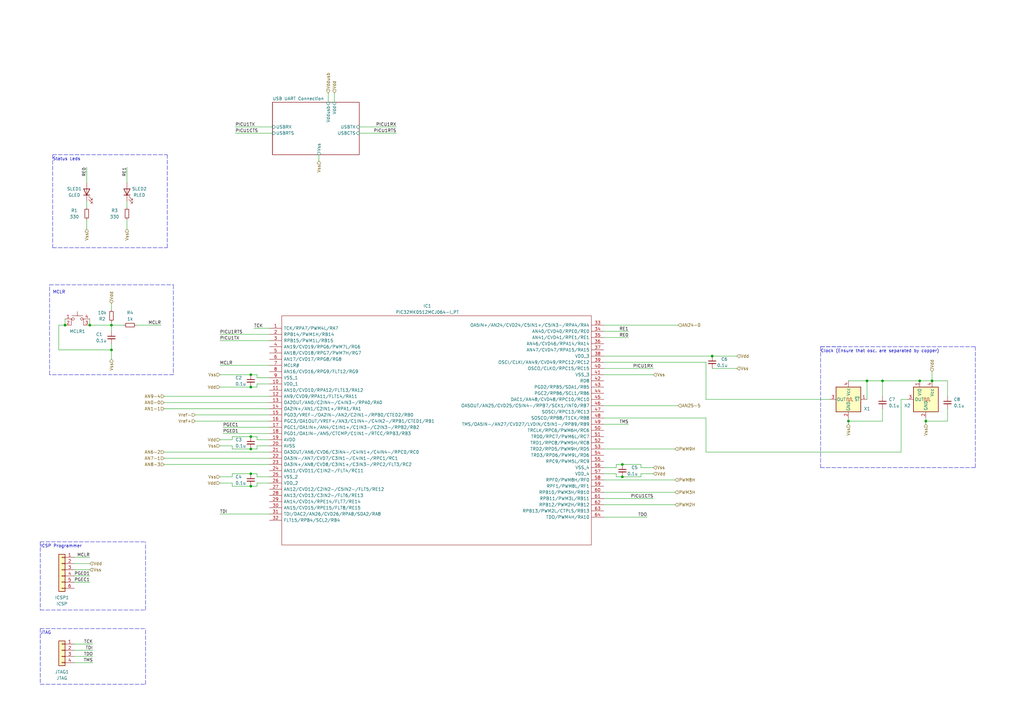
<source format=kicad_sch>
(kicad_sch (version 20211123) (generator eeschema)
  (paper "A3")
  (lib_symbols
    (symbol "Connector_Generic:Conn_01x04" (pin_names (offset 1.016) hide)
      (property "Reference" "J" (at 0 5.08 0))
      (property "Value" "Conn_01x04" (at 0 -7.62 0))
      (symbol "Conn_01x04_1_1"
        (rectangle (start -1.27 -4.953) (end 0 -5.207) (stroke (width 0.1524)))
        (rectangle (start -1.27 -2.413) (end 0 -2.667) (stroke (width 0.1524)))
        (rectangle (start -1.27 0.127) (end 0 -0.127) (stroke (width 0.1524)))
        (rectangle (start -1.27 2.667) (end 0 2.413) (stroke (width 0.1524)))
        (rectangle (start -1.27 3.81) (end 1.27 -6.35) (stroke (width 0.254)) (fill (type background)))
        (pin passive line (at -5.08 2.54 0) (length 3.81) (name "Pin_1") (number "1"))
        (pin passive line (at -5.08 0 0) (length 3.81) (name "Pin_2") (number "2"))
        (pin passive line (at -5.08 -2.54 0) (length 3.81) (name "Pin_3") (number "3"))
        (pin passive line (at -5.08 -5.08 0) (length 3.81) (name "Pin_4") (number "4"))
      )
    )
    (symbol "Connector_Generic:Conn_01x06" (pin_names (offset 1.016) hide)
      (property "Reference" "J" (at 0 7.62 0))
      (property "Value" "Conn_01x06" (at 0 -10.16 0))
      (symbol "Conn_01x06_1_1"
        (rectangle (start -1.27 -7.493) (end 0 -7.747) (stroke (width 0.1524)))
        (rectangle (start -1.27 -4.953) (end 0 -5.207) (stroke (width 0.1524)))
        (rectangle (start -1.27 -2.413) (end 0 -2.667) (stroke (width 0.1524)))
        (rectangle (start -1.27 0.127) (end 0 -0.127) (stroke (width 0.1524)))
        (rectangle (start -1.27 2.667) (end 0 2.413) (stroke (width 0.1524)))
        (rectangle (start -1.27 5.207) (end 0 4.953) (stroke (width 0.1524)))
        (rectangle (start -1.27 6.35) (end 1.27 -8.89) (stroke (width 0.254)) (fill (type background)))
        (pin passive line (at -5.08 5.08 0) (length 3.81) (name "Pin_1") (number "1"))
        (pin passive line (at -5.08 2.54 0) (length 3.81) (name "Pin_2") (number "2"))
        (pin passive line (at -5.08 0 0) (length 3.81) (name "Pin_3") (number "3"))
        (pin passive line (at -5.08 -2.54 0) (length 3.81) (name "Pin_4") (number "4"))
        (pin passive line (at -5.08 -5.08 0) (length 3.81) (name "Pin_5") (number "5"))
        (pin passive line (at -5.08 -7.62 0) (length 3.81) (name "Pin_6") (number "6"))
      )
    )
    (symbol "Device:C_Small" (pin_numbers hide) (pin_names (offset 0.254) hide)
      (property "Reference" "C" (at 0.254 1.778 0))
      (property "Value" "C_Small" (at 0.254 -2.032 0))
      (symbol "C_Small_0_1"
        (polyline (pts (xy -1.524 -0.508) (xy 1.524 -0.508)) (stroke (width 0.3302)))
        (polyline (pts (xy -1.524 0.508) (xy 1.524 0.508)) (stroke (width 0.3048)))
      )
      (symbol "C_Small_1_1"
        (pin passive line (at 0 2.54 270) (length 2.032) (name "~") (number "1"))
        (pin passive line (at 0 -2.54 90) (length 2.032) (name "~") (number "2"))
      )
    )
    (symbol "Device:LED" (pin_numbers hide) (pin_names (offset 1.016) hide)
      (property "Reference" "D" (at 0 2.54 0))
      (property "Value" "LED" (at 0 -2.54 0))
      (symbol "LED_0_1"
        (polyline (pts (xy -1.27 -1.27) (xy -1.27 1.27)) (stroke (width 0.254)))
        (polyline (pts (xy -1.27 0) (xy 1.27 0)))
        (polyline (pts (xy 1.27 -1.27) (xy 1.27 1.27) (xy -1.27 0) (xy 1.27 -1.27)) (stroke (width 0.254)))
        (polyline (pts (xy -3.048 -0.762) (xy -4.572 -2.286) (xy -3.81 -2.286) (xy -4.572 -2.286) (xy -4.572 -1.524)))
        (polyline (pts (xy -1.778 -0.762) (xy -3.302 -2.286) (xy -2.54 -2.286) (xy -3.302 -2.286) (xy -3.302 -1.524)))
      )
      (symbol "LED_1_1"
        (pin passive line (at -3.81 0 0) (length 2.54) (name "K") (number "1"))
        (pin passive line (at 3.81 0 180) (length 2.54) (name "A") (number "2"))
      )
    )
    (symbol "Device:R_Small" (pin_numbers hide) (pin_names (offset 0.254) hide)
      (property "Reference" "R" (at 0.762 0.508 0))
      (property "Value" "R_Small" (at 0.762 -1.016 0))
      (symbol "R_Small_0_1"
        (rectangle (start -0.762 1.778) (end 0.762 -1.778) (stroke (width 0.2032)))
      )
      (symbol "R_Small_1_1"
        (pin passive line (at 0 2.54 270) (length 0.762) (name "~") (number "1"))
        (pin passive line (at 0 -2.54 90) (length 0.762) (name "~") (number "2"))
      )
    )
    (symbol "Oscillator:SG-210STF" (pin_names (offset 0.254))
      (property "Reference" "X" (at -5.08 6.35 0))
      (property "Value" "SG-210STF" (at 1.27 -6.35 0))
      (symbol "SG-210STF_0_1"
        (rectangle (start -5.08 5.08) (end 5.08 -5.08) (stroke (width 0.254)) (fill (type background)))
        (polyline (pts (xy -1.905 -0.635) (xy -1.27 -0.635) (xy -1.27 0.635) (xy -0.635 0.635) (xy -0.635 -0.635) (xy 0 -0.635) (xy 0 0.635) (xy 0.635 0.635) (xy 0.635 -0.635)))
      )
      (symbol "SG-210STF_1_1"
        (pin input line (at -7.62 0 0) (length 2.54) (name "~{ST}") (number "1"))
        (pin power_in line (at 0 -7.62 90) (length 2.54) (name "GND") (number "2"))
        (pin output line (at 7.62 0 180) (length 2.54) (name "OUT") (number "3"))
        (pin power_in line (at 0 7.62 270) (length 2.54) (name "Vcc") (number "4"))
      )
    )
    (symbol "Oscillator:SG-3030CM"
      (property "Reference" "X" (at -5.08 -6.35 0))
      (property "Value" "SG-3030CM" (at 1.27 -6.35 0))
      (symbol "SG-3030CM_0_1"
        (rectangle (start -5.08 5.08) (end 5.08 -5.08) (stroke (width 0.254)) (fill (type background)))
        (polyline (pts (xy -1.905 -0.635) (xy -1.27 -0.635) (xy -1.27 0.635) (xy -0.635 0.635) (xy -0.635 -0.635) (xy 0 -0.635) (xy 0 0.635) (xy 0.635 0.635) (xy 0.635 -0.635)))
      )
      (symbol "SG-3030CM_1_1"
        (pin power_in line (at 2.54 7.62 270) (length 2.54) (name "VIO") (number "1"))
        (pin power_in line (at 0 -7.62 90) (length 2.54) (name "GND") (number "2"))
        (pin output line (at 7.62 0 180) (length 2.54) (name "OUT") (number "3"))
        (pin power_in line (at -2.54 7.62 270) (length 2.54) (name "Vcc") (number "4"))
      )
    )
    (symbol "SamacSys_Parts:PIC32MK0512MCJ064-I_PT" (pin_names (offset 0.762))
      (property "Reference" "IC?" (at 64.77 9.1188 0))
      (property "Value" "PIC32MK0512MCJ064-I_PT" (at 64.77 6.5788 0))
      (symbol "PIC32MK0512MCJ064-I_PT_0_0"
        (pin passive line (at 0 0 0) (length 5.08) (name "TCK/RPA7/PWM4L/RA7") (number "1"))
        (pin passive line (at 0 -22.86 0) (length 5.08) (name "VDD_1") (number "10"))
        (pin passive line (at 0 -25.4 0) (length 5.08) (name "AN10/CVD10/RPA12/FLT13/RA12") (number "11"))
        (pin passive line (at 0 -27.94 0) (length 5.08) (name "AN9/CVD9/RPA11/FLT14/RA11") (number "12"))
        (pin passive line (at 0 -30.48 0) (length 5.08) (name "OA2OUT/AN0/C2IN4-/C4IN3-/RPA0/RA0") (number "13"))
        (pin passive line (at 0 -33.02 0) (length 5.08) (name "OA2IN+/AN1/C2IN1+/RPA1/RA1") (number "14"))
        (pin passive line (at 0 -35.56 0) (length 5.08) (name "PGD3/VREF-/OA2IN-/AN2/C2IN1-/RPB0/CTED2/RB0") (number "15"))
        (pin passive line (at 0 -38.1 0) (length 5.08) (name "PGC3/OA1OUT/VREF+/AN3/C1IN4-/C4IN2-/RPB1/CTED1/RB1") (number "16"))
        (pin passive line (at 0 -40.64 0) (length 5.08) (name "PGC1/OA1IN+/AN4/C1IN1+/C1IN3-/C2IN3-/RPB2/RB2") (number "17"))
        (pin passive line (at 0 -43.18 0) (length 5.08) (name "PGD1/OA1IN-/AN5/CTCMP/C1IN1-/RTCC/RPB3/RB3") (number "18"))
        (pin passive line (at 0 -45.72 0) (length 5.08) (name "AVDD") (number "19"))
        (pin passive line (at 0 -2.54 0) (length 5.08) (name "RPB14/PWM1H/RB14") (number "2"))
        (pin passive line (at 0 -48.26 0) (length 5.08) (name "AVSS") (number "20"))
        (pin passive line (at 0 -50.8 0) (length 5.08) (name "OA3OUT/AN6/CVD6/C3IN4-/C4IN1+/C4IN4-/RPC0/RC0") (number "21"))
        (pin passive line (at 0 -53.34 0) (length 5.08) (name "OA3IN-/AN7/CVD7/C3IN1-/C4IN1-/RPC1/RC1") (number "22"))
        (pin passive line (at 0 -55.88 0) (length 5.08) (name "OA3IN+/AN8/CVD8/C3IN1+/C3IN3-/RPC2/FLT3/RC2") (number "23"))
        (pin passive line (at 0 -58.42 0) (length 5.08) (name "AN11/CVD11/C1IN2-/FLT4/RC11") (number "24"))
        (pin passive line (at 0 -60.96 0) (length 5.08) (name "VSS_2") (number "25"))
        (pin passive line (at 0 -63.5 0) (length 5.08) (name "VDD_2") (number "26"))
        (pin passive line (at 0 -66.04 0) (length 5.08) (name "AN12/CVD12/C2IN2-/C5IN2-/FLT5/RE12") (number "27"))
        (pin passive line (at 0 -68.58 0) (length 5.08) (name "AN13/CVD13/C3IN2-/FLT6/RE13") (number "28"))
        (pin passive line (at 0 -71.12 0) (length 5.08) (name "AN14/CVD14/RPE14/FLT7/RE14") (number "29"))
        (pin passive line (at 0 -5.08 0) (length 5.08) (name "RPB15/PWM1L/RB15") (number "3"))
        (pin passive line (at 0 -73.66 0) (length 5.08) (name "AN15/CVD15/RPE15/FLT8/RE15") (number "30"))
        (pin passive line (at 0 -76.2 0) (length 5.08) (name "TDI/DAC2/AN26/CVD26/RPA8/SDA2/RA8") (number "31"))
        (pin passive line (at 0 -78.74 0) (length 5.08) (name "FLT15/RPB4/SCL2/RB4") (number "32"))
        (pin passive line (at 137.16 1.27 180) (length 5.08) (name "OA5IN+/AN24/CVD24/C5IN1+/C5IN3-/RPA4/RA4") (number "33"))
        (pin passive line (at 137.16 -1.27 180) (length 5.08) (name "AN40/CVD40/RPE0/RE0") (number "34"))
        (pin passive line (at 137.16 -3.81 180) (length 5.08) (name "AN41/CVD41/RPE1/RE1") (number "35"))
        (pin passive line (at 137.16 -6.35 180) (length 5.08) (name "AN46/CVD46/RPA14/RA14") (number "36"))
        (pin passive line (at 137.16 -8.89 180) (length 5.08) (name "AN47/CVD47/RPA15/RA15") (number "37"))
        (pin passive line (at 137.16 -11.43 180) (length 5.08) (name "VDD_3") (number "38"))
        (pin passive line (at 137.16 -13.97 180) (length 5.08) (name "OSCI/CLKI/AN49/CVD49/RPC12/RC12") (number "39"))
        (pin passive line (at 0 -7.62 0) (length 5.08) (name "AN19/CVD19/RPG6/PWM7L/RG6") (number "4"))
        (pin passive line (at 137.16 -16.51 180) (length 5.08) (name "OSCO/CLKO/RPC15/RC15") (number "40"))
        (pin passive line (at 137.16 -19.05 180) (length 5.08) (name "VSS_3") (number "41"))
        (pin passive line (at 137.16 -21.59 180) (length 5.08) (name "RD8") (number "42"))
        (pin passive line (at 137.16 -24.13 180) (length 5.08) (name "PGD2/RPB5/SDA1/RB5") (number "43"))
        (pin passive line (at 137.16 -26.67 180) (length 5.08) (name "PGC2/RPB6/SCL1/RB6") (number "44"))
        (pin passive line (at 137.16 -29.21 180) (length 5.08) (name "DAC1/AN48/CVD48/RPC10/RC10") (number "45"))
        (pin passive line (at 137.16 -31.75 180) (length 5.08) (name "OA5OUT/AN25/CVD25/C5IN4-/RPB7/SCK1/INT0/RB7") (number "46"))
        (pin passive line (at 137.16 -34.29 180) (length 5.08) (name "SOSCI/RPC13/RC13") (number "47"))
        (pin passive line (at 137.16 -36.83 180) (length 5.08) (name "SOSCO/RPB8/T1CK/RB8") (number "48"))
        (pin passive line (at 137.16 -39.37 180) (length 5.08) (name "TMS/OA5IN-/AN27/CVD27/LVDIN/C5IN1-/RPB9/RB9") (number "49"))
        (pin passive line (at 0 -10.16 0) (length 5.08) (name "AN18/CVD18/RPG7/PWM7H/RG7") (number "5"))
        (pin passive line (at 137.16 -41.91 180) (length 5.08) (name "TRCLK/RPC6/PWM6H/RC6") (number "50"))
        (pin passive line (at 137.16 -44.45 180) (length 5.08) (name "TRD0/RPC7/PWM6L/RC7") (number "51"))
        (pin passive line (at 137.16 -46.99 180) (length 5.08) (name "TRD1/RPC8/PWM5H/RC8") (number "52"))
        (pin passive line (at 137.16 -49.53 180) (length 5.08) (name "TRD2/RPD5/PWM9H/RD5") (number "53"))
        (pin passive line (at 137.16 -52.07 180) (length 5.08) (name "TRD3/RPD6/PWM9L/RD6") (number "54"))
        (pin passive line (at 137.16 -54.61 180) (length 5.08) (name "RPC9/PWM5L/RC9") (number "55"))
        (pin passive line (at 137.16 -57.15 180) (length 5.08) (name "VSS_4") (number "56"))
        (pin passive line (at 137.16 -59.69 180) (length 5.08) (name "VDD_4") (number "57"))
        (pin passive line (at 137.16 -62.23 180) (length 5.08) (name "RPF0/PWM8H/RF0") (number "58"))
        (pin passive line (at 137.16 -64.77 180) (length 5.08) (name "RPF1/PWM8L/RF1") (number "59"))
        (pin passive line (at 0 -12.7 0) (length 5.08) (name "AN17/CVD17/RPG8/RG8") (number "6"))
        (pin passive line (at 137.16 -67.31 180) (length 5.08) (name "RPB10/PWM3H/RB10") (number "60"))
        (pin passive line (at 137.16 -69.85 180) (length 5.08) (name "RPB11/PWM3L/RB11") (number "61"))
        (pin passive line (at 137.16 -72.39 180) (length 5.08) (name "RPB12/PWM2H/RB12") (number "62"))
        (pin passive line (at 137.16 -74.93 180) (length 5.08) (name "RPB13/PWM2L/CTPLS/RB13") (number "63"))
        (pin passive line (at 137.16 -77.47 180) (length 5.08) (name "TDO/PWM4H/RA10") (number "64"))
        (pin passive line (at 0 -15.24 0) (length 5.08) (name "MCLR#") (number "7"))
        (pin passive line (at 0 -17.78 0) (length 5.08) (name "AN16/CVD16/RPG9/FLT12/RG9") (number "8"))
        (pin passive line (at 0 -20.32 0) (length 5.08) (name "VSS_1") (number "9"))
      )
      (symbol "PIC32MK0512MCJ064-I_PT_0_1"
        (polyline (pts (xy 5.08 5.08) (xy 132.08 5.08) (xy 132.08 -88.9) (xy 5.08 -88.9) (xy 5.08 5.08)) (stroke (width 0.1524)))
      )
    )
    (symbol "Switch:SW_MEC_5E" (pin_names (offset 1.016) hide)
      (property "Reference" "SW" (at 0.635 5.715 0))
      (property "Value" "SW_MEC_5E" (at 0 -3.175 0))
      (symbol "SW_MEC_5E_0_1"
        (circle (center -1.778 2.54) (radius 0.508))
        (polyline (pts (xy -2.286 3.81) (xy 2.286 3.81)))
        (polyline (pts (xy 0 3.81) (xy 0 5.588)))
        (polyline (pts (xy -2.54 0) (xy -2.54 2.54) (xy -2.286 2.54)))
        (polyline (pts (xy 2.54 0) (xy 2.54 2.54) (xy 2.286 2.54)))
        (circle (center 1.778 2.54) (radius 0.508))
        (pin passive line (at -5.08 2.54 0) (length 2.54) (name "1") (number "1") (alternate "" input line))
        (pin passive line (at -5.08 0 0) (length 2.54) (name "2") (number "2") (alternate "" input line))
        (pin passive line (at 5.08 0 180) (length 2.54) (name "K") (number "3"))
        (pin passive line (at 5.08 2.54 180) (length 2.54) (name "A") (number "4"))
      )
    )
  )
  (junction (at 255.27 190.5))
  (junction (at 255.27 195.58))
  (junction (at 36.83 133.35))
  (junction (at 377.19 156.21))
  (junction (at 292.1 146.05))
  (junction (at 379.73 172.72))
  (junction (at 347.98 172.72))
  (junction (at 102.87 179.07))
  (junction (at 102.87 184.15))
  (junction (at 102.87 153.67))
  (junction (at 102.87 194.31))
  (junction (at 102.87 158.75))
  (junction (at 355.6 156.21))
  (junction (at 382.27 156.21))
  (junction (at 45.72 143.51))
  (junction (at 361.95 156.21))
  (junction (at 45.72 133.35))
  (junction (at 102.87 199.39))
  (junction (at 26.67 133.35))
  (polyline (pts (xy 71.12 153.67) (xy 20.32 153.67)))
  (wire (pts (xy 105.41 157.48) (xy 110.49 157.48)))
  (wire (pts (xy 36.83 133.35) (xy 45.72 133.35)))
  (wire (pts (xy 95.25 198.12) (xy 95.25 199.39)))
  (polyline (pts (xy 16.51 257.81) (xy 16.51 280.67)))
  (wire (pts (xy 35.56 93.98) (xy 35.56 90.17)))
  (wire (pts (xy 24.13 133.35) (xy 24.13 143.51)))
  (wire (pts (xy 52.07 90.17) (xy 52.07 93.98)))
  (wire (pts (xy 30.48 238.76) (xy 36.83 238.76)))
  (wire (pts (xy 102.87 158.75) (xy 105.41 158.75)))
  (wire (pts (xy 137.16 38.1) (xy 137.16 41.91)))
  (wire (pts (xy 110.49 180.34) (xy 105.41 180.34)))
  (wire (pts (xy 361.95 172.72) (xy 347.98 172.72)))
  (wire (pts (xy 80.01 170.18) (xy 110.49 170.18)))
  (wire (pts (xy 52.07 68.58) (xy 52.07 74.93)))
  (wire (pts (xy 289.56 171.45) (xy 289.56 185.42)))
  (wire (pts (xy 24.13 143.51) (xy 45.72 143.51)))
  (wire (pts (xy 147.32 54.61) (xy 162.56 54.61)))
  (wire (pts (xy 90.17 149.86) (xy 110.49 149.86)))
  (wire (pts (xy 262.89 194.31) (xy 262.89 195.58)))
  (wire (pts (xy 67.31 190.5) (xy 110.49 190.5)))
  (wire (pts (xy 262.89 190.5) (xy 255.27 190.5)))
  (wire (pts (xy 90.17 153.67) (xy 102.87 153.67)))
  (wire (pts (xy 102.87 179.07) (xy 105.41 179.07)))
  (wire (pts (xy 30.48 271.78) (xy 38.1 271.78)))
  (wire (pts (xy 105.41 195.58) (xy 105.41 194.31)))
  (wire (pts (xy 95.25 182.88) (xy 95.25 184.15)))
  (wire (pts (xy 347.98 172.72) (xy 347.98 173.99)))
  (wire (pts (xy 55.88 133.35) (xy 66.04 133.35)))
  (wire (pts (xy 110.49 139.7) (xy 90.17 139.7)))
  (wire (pts (xy 252.73 191.77) (xy 252.73 190.5)))
  (polyline (pts (xy 59.69 280.67) (xy 59.69 257.81)))
  (wire (pts (xy 45.72 124.46) (xy 45.72 127)))
  (wire (pts (xy 45.72 143.51) (xy 45.72 147.32)))
  (wire (pts (xy 369.57 163.83) (xy 369.57 185.42)))
  (wire (pts (xy 276.86 196.85) (xy 247.65 196.85)))
  (wire (pts (xy 247.65 135.89) (xy 257.81 135.89)))
  (wire (pts (xy 30.48 269.24) (xy 38.1 269.24)))
  (wire (pts (xy 147.32 52.07) (xy 162.56 52.07)))
  (wire (pts (xy 50.8 133.35) (xy 45.72 133.35)))
  (wire (pts (xy 67.31 162.56) (xy 110.49 162.56)))
  (polyline (pts (xy 59.69 250.19) (xy 59.69 222.25)))
  (polyline (pts (xy 336.55 191.77) (xy 400.05 191.77)))
  (polyline (pts (xy 400.05 191.77) (xy 400.05 142.24)))
  (wire (pts (xy 67.31 187.96) (xy 110.49 187.96)))
  (wire (pts (xy 247.65 166.37) (xy 278.13 166.37)))
  (wire (pts (xy 382.27 156.21) (xy 388.62 156.21)))
  (wire (pts (xy 26.67 133.35) (xy 24.13 133.35)))
  (wire (pts (xy 35.56 82.55) (xy 35.56 85.09)))
  (wire (pts (xy 45.72 133.35) (xy 45.72 135.89)))
  (wire (pts (xy 302.26 151.13) (xy 292.1 151.13)))
  (wire (pts (xy 377.19 156.21) (xy 382.27 156.21)))
  (polyline (pts (xy 16.51 257.81) (xy 59.69 257.81)))
  (wire (pts (xy 276.86 184.15) (xy 247.65 184.15)))
  (wire (pts (xy 80.01 172.72) (xy 110.49 172.72)))
  (polyline (pts (xy 20.32 116.84) (xy 71.12 116.84)))
  (wire (pts (xy 276.86 207.01) (xy 247.65 207.01)))
  (wire (pts (xy 90.17 210.82) (xy 110.49 210.82)))
  (wire (pts (xy 95.25 184.15) (xy 102.87 184.15)))
  (wire (pts (xy 361.95 156.21) (xy 355.6 156.21)))
  (polyline (pts (xy 336.55 142.24) (xy 400.05 142.24)))
  (wire (pts (xy 379.73 171.45) (xy 379.73 172.72)))
  (wire (pts (xy 355.6 163.83) (xy 355.6 156.21)))
  (wire (pts (xy 96.52 52.07) (xy 111.76 52.07)))
  (wire (pts (xy 105.41 198.12) (xy 110.49 198.12)))
  (wire (pts (xy 252.73 195.58) (xy 252.73 194.31)))
  (wire (pts (xy 35.56 68.58) (xy 35.56 74.93)))
  (polyline (pts (xy 16.51 222.25) (xy 59.69 222.25)))
  (wire (pts (xy 110.49 154.94) (xy 105.41 154.94)))
  (polyline (pts (xy 71.12 116.84) (xy 71.12 153.67)))
  (wire (pts (xy 90.17 180.34) (xy 95.25 180.34)))
  (wire (pts (xy 267.97 191.77) (xy 262.89 191.77)))
  (wire (pts (xy 105.41 199.39) (xy 105.41 198.12)))
  (wire (pts (xy 45.72 132.08) (xy 45.72 133.35)))
  (wire (pts (xy 105.41 154.94) (xy 105.41 153.67)))
  (wire (pts (xy 30.48 264.16) (xy 38.1 264.16)))
  (wire (pts (xy 102.87 153.67) (xy 105.41 153.67)))
  (wire (pts (xy 30.48 228.6) (xy 36.83 228.6)))
  (wire (pts (xy 105.41 158.75) (xy 105.41 157.48)))
  (wire (pts (xy 45.72 140.97) (xy 45.72 143.51)))
  (wire (pts (xy 95.25 195.58) (xy 95.25 194.31)))
  (wire (pts (xy 52.07 82.55) (xy 52.07 85.09)))
  (wire (pts (xy 247.65 173.99) (xy 257.81 173.99)))
  (wire (pts (xy 247.65 204.47) (xy 267.97 204.47)))
  (polyline (pts (xy 20.32 153.67) (xy 20.32 116.84)))
  (polyline (pts (xy 21.59 101.6) (xy 68.58 101.6)))
  (wire (pts (xy 30.48 231.14) (xy 36.83 231.14)))
  (wire (pts (xy 90.17 195.58) (xy 95.25 195.58)))
  (polyline (pts (xy 336.55 142.24) (xy 336.55 191.77)))
  (wire (pts (xy 247.65 138.43) (xy 257.81 138.43)))
  (wire (pts (xy 110.49 195.58) (xy 105.41 195.58)))
  (wire (pts (xy 382.27 152.4) (xy 382.27 156.21)))
  (polyline (pts (xy 16.51 280.67) (xy 59.69 280.67)))
  (wire (pts (xy 262.89 195.58) (xy 255.27 195.58)))
  (wire (pts (xy 361.95 167.64) (xy 361.95 172.72)))
  (wire (pts (xy 347.98 171.45) (xy 347.98 172.72)))
  (wire (pts (xy 247.65 146.05) (xy 292.1 146.05)))
  (wire (pts (xy 30.48 236.22) (xy 36.83 236.22)))
  (wire (pts (xy 289.56 163.83) (xy 340.36 163.83)))
  (wire (pts (xy 104.14 134.62) (xy 110.49 134.62)))
  (wire (pts (xy 262.89 191.77) (xy 262.89 190.5)))
  (wire (pts (xy 26.67 130.81) (xy 26.67 133.35)))
  (wire (pts (xy 95.25 194.31) (xy 102.87 194.31)))
  (polyline (pts (xy 336.55 142.24) (xy 345.44 142.24)))
  (wire (pts (xy 379.73 172.72) (xy 379.73 173.99)))
  (wire (pts (xy 30.48 266.7) (xy 38.1 266.7)))
  (wire (pts (xy 289.56 148.59) (xy 289.56 163.83)))
  (wire (pts (xy 247.65 133.35) (xy 278.13 133.35)))
  (polyline (pts (xy 21.59 63.5) (xy 68.58 63.5)))
  (wire (pts (xy 247.65 212.09) (xy 265.43 212.09)))
  (wire (pts (xy 90.17 182.88) (xy 95.25 182.88)))
  (wire (pts (xy 110.49 177.8) (xy 91.44 177.8)))
  (wire (pts (xy 102.87 199.39) (xy 105.41 199.39)))
  (wire (pts (xy 102.87 194.31) (xy 105.41 194.31)))
  (wire (pts (xy 247.65 151.13) (xy 267.97 151.13)))
  (wire (pts (xy 105.41 180.34) (xy 105.41 179.07)))
  (wire (pts (xy 247.65 191.77) (xy 252.73 191.77)))
  (wire (pts (xy 267.97 153.67) (xy 247.65 153.67)))
  (wire (pts (xy 36.83 130.81) (xy 36.83 133.35)))
  (polyline (pts (xy 21.59 63.5) (xy 21.59 101.6)))
  (wire (pts (xy 252.73 194.31) (xy 247.65 194.31)))
  (wire (pts (xy 30.48 233.68) (xy 36.83 233.68)))
  (polyline (pts (xy 16.51 250.19) (xy 59.69 250.19)))
  (wire (pts (xy 105.41 184.15) (xy 105.41 182.88)))
  (wire (pts (xy 255.27 190.5) (xy 252.73 190.5)))
  (wire (pts (xy 95.25 199.39) (xy 102.87 199.39)))
  (polyline (pts (xy 68.58 101.6) (xy 68.58 63.5)))
  (wire (pts (xy 355.6 156.21) (xy 347.98 156.21)))
  (wire (pts (xy 388.62 167.64) (xy 388.62 172.72)))
  (wire (pts (xy 111.76 54.61) (xy 96.52 54.61)))
  (wire (pts (xy 134.62 38.1) (xy 134.62 41.91)))
  (wire (pts (xy 289.56 185.42) (xy 369.57 185.42)))
  (wire (pts (xy 110.49 137.16) (xy 90.17 137.16)))
  (wire (pts (xy 130.81 63.5) (xy 130.81 66.04)))
  (wire (pts (xy 247.65 148.59) (xy 289.56 148.59)))
  (polyline (pts (xy 16.51 222.25) (xy 16.51 250.19)))
  (wire (pts (xy 388.62 172.72) (xy 379.73 172.72)))
  (wire (pts (xy 267.97 194.31) (xy 262.89 194.31)))
  (wire (pts (xy 247.65 171.45) (xy 289.56 171.45)))
  (wire (pts (xy 95.25 179.07) (xy 102.87 179.07)))
  (wire (pts (xy 102.87 184.15) (xy 105.41 184.15)))
  (wire (pts (xy 67.31 185.42) (xy 110.49 185.42)))
  (wire (pts (xy 361.95 162.56) (xy 361.95 156.21)))
  (wire (pts (xy 302.26 146.05) (xy 292.1 146.05)))
  (wire (pts (xy 95.25 180.34) (xy 95.25 179.07)))
  (wire (pts (xy 91.44 175.26) (xy 110.49 175.26)))
  (wire (pts (xy 372.11 163.83) (xy 369.57 163.83)))
  (wire (pts (xy 255.27 195.58) (xy 252.73 195.58)))
  (wire (pts (xy 67.31 167.64) (xy 110.49 167.64)))
  (wire (pts (xy 90.17 158.75) (xy 102.87 158.75)))
  (wire (pts (xy 90.17 198.12) (xy 95.25 198.12)))
  (wire (pts (xy 276.86 201.93) (xy 247.65 201.93)))
  (wire (pts (xy 388.62 156.21) (xy 388.62 162.56)))
  (wire (pts (xy 105.41 182.88) (xy 110.49 182.88)))
  (wire (pts (xy 67.31 165.1) (xy 110.49 165.1)))
  (wire (pts (xy 361.95 156.21) (xy 377.19 156.21)))
  (text "Clock (Ensure that osc. are separated by copper)" (at 336.55 144.78 0) (effects (font (size 1.27 1.27)) (justify left bottom)))
  (text "MCLR" (at 21.59 120.65 0) (effects (font (size 1.27 1.27)) (justify left bottom)))
  (text "JTAG" (at 16.51 260.35 0) (effects (font (size 1.27 1.27)) (justify left bottom)))
  (text "ICSP Programmer" (at 16.51 224.79 0) (effects (font (size 1.27 1.27)) (justify left bottom)))
  (text "Status Leds" (at 21.59 66.04 0) (effects (font (size 1.27 1.27)) (justify left bottom)))
  (label "TCK" (at 38.1 264.16 180))
  (label "PICU1CTS" (at 96.52 54.61 0))
  (label "PGED1" (at 91.44 177.8 0))
  (label "RE1" (at 257.81 135.89 180))
  (label "PGEC1" (at 91.44 175.26 0))
  (label "TMS" (at 257.81 173.99 180))
  (label "RE0" (at 257.81 138.43 180))
  (label "MCLR" (at 66.04 133.35 180))
  (label "PICU1RTS" (at 162.56 54.61 180))
  (label "MCLR" (at 36.83 228.6 180))
  (label "PICU1TX" (at 96.52 52.07 0))
  (label "TCK" (at 104.14 134.62 0))
  (label "PICU1RTS" (at 90.17 137.16 0))
  (label "RE0" (at 35.56 68.58 270))
  (label "MCLR" (at 90.17 149.86 0))
  (label "TDI" (at 38.1 266.7 180))
  (label "PGED1" (at 36.83 236.22 180))
  (label "RE1" (at 52.07 68.58 270))
  (label "TDI" (at 90.17 210.82 0))
  (label "PICU1RX" (at 162.56 52.07 180))
  (label "TDO" (at 38.1 269.24 180))
  (label "PICU1RX" (at 267.97 151.13 180))
  (label "PICU1TX" (at 90.17 139.7 0))
  (label "TMS" (at 38.1 271.78 180))
  (label "PICU1CTS" (at 267.97 204.47 180))
  (label "PGEC1" (at 36.83 238.76 180))
  (label "TDO" (at 265.43 212.09 180))
  (hierarchical_label "Vss" (shape input) (at 35.56 93.98 270))
  (hierarchical_label "Vdd" (shape input) (at 137.16 38.1 90))
  (hierarchical_label "AN1-1" (shape input) (at 67.31 167.64 180))
  (hierarchical_label "PWM9H" (shape input) (at 276.86 184.15 0))
  (hierarchical_label "Vdd" (shape input) (at 382.27 152.4 90))
  (hierarchical_label "Vss" (shape input) (at 45.72 147.32 270))
  (hierarchical_label "AN25-5" (shape input) (at 278.13 166.37 0))
  (hierarchical_label "Vdd" (shape input) (at 36.83 231.14 0))
  (hierarchical_label "AN6-2" (shape input) (at 67.31 185.42 180))
  (hierarchical_label "Vdd" (shape input) (at 45.72 124.46 90))
  (hierarchical_label "Vss" (shape input) (at 90.17 195.58 180))
  (hierarchical_label "PWM2H" (shape input) (at 276.86 207.01 0))
  (hierarchical_label "AN0-0" (shape input) (at 67.31 165.1 180))
  (hierarchical_label "Vdd" (shape input) (at 90.17 198.12 180))
  (hierarchical_label "Vss" (shape input) (at 379.73 173.99 270))
  (hierarchical_label "Vss" (shape input) (at 130.81 66.04 270))
  (hierarchical_label "PWM3H" (shape input) (at 276.86 201.93 0))
  (hierarchical_label "Vddusb" (shape input) (at 134.62 38.1 90))
  (hierarchical_label "Vdd" (shape input) (at 267.97 194.31 0))
  (hierarchical_label "Vdd" (shape input) (at 302.26 146.05 0))
  (hierarchical_label "Vss" (shape input) (at 302.26 151.13 0))
  (hierarchical_label "AN9-4" (shape input) (at 67.31 162.56 180))
  (hierarchical_label "PWM8H" (shape input) (at 276.86 196.85 0))
  (hierarchical_label "Vdd" (shape input) (at 90.17 158.75 180))
  (hierarchical_label "Vss" (shape input) (at 90.17 153.67 180))
  (hierarchical_label "AN8-3" (shape input) (at 67.31 190.5 180))
  (hierarchical_label "Vref-" (shape input) (at 80.01 170.18 180))
  (hierarchical_label "AN24-0" (shape input) (at 278.13 133.35 0))
  (hierarchical_label "Vss" (shape input) (at 36.83 233.68 0))
  (hierarchical_label "Vss" (shape input) (at 267.97 153.67 0))
  (hierarchical_label "Vdd" (shape input) (at 90.17 180.34 180))
  (hierarchical_label "Vref+" (shape input) (at 80.01 172.72 180))
  (hierarchical_label "AN7-1" (shape input) (at 67.31 187.96 180))
  (hierarchical_label "Vss" (shape input) (at 347.98 173.99 270))
  (hierarchical_label "Vss" (shape input) (at 267.97 191.77 0))
  (hierarchical_label "Vss" (shape input) (at 90.17 182.88 180))
  (hierarchical_label "Vss" (shape input) (at 52.07 93.98 270))
  (symbol (lib_id "Device:C_Small") (at 102.87 181.61 0) (unit 1)
    (property "Reference" "C3" (at 96.52 180.34 0) (effects (justify left)))
    (property "Value" "0.1u" (at 96.52 182.88 0) (effects (justify left)))
    (property "Footprint" "Capacitor_SMD:C_0603_1608Metric_Pad1.08x0.95mm_HandSolder" (effects hide))
    (property "Datasheet" "https://nl.mouser.com/datasheet/2/447/UPY_GPHC_X7R_6_3V_to_50V_18-1827110.pdf" (effects hide))
    (property "Ref" "CC0603KRX7R9BB104" (effects hide))
  )
  (symbol (lib_id "Switch:SW_MEC_5E") (at 31.75 133.35 0) (unit 1)
    (property "Reference" "MCLR1" (at 31.75 135.89 0))
    (property "Value" "SW_MEC_5E" (effects hide))
    (property "Footprint" "Button_Switch_SMD:SW_SPST_PTS645" (effects hide))
    (property "Datasheet" "https://eu.mouser.com/datasheet/2/60/pts645-1841767.pdf" (effects hide))
    (property "Ref" "PTS645SM43SMTR92LFS " (effects hide))
    (pin "1" (alternate "1"))
    (pin "2" (alternate "1"))
  )
  (symbol (lib_id "Device:R_Small") (at 45.72 129.54 180) (unit 1)
    (property "Reference" "R2" (at 41.91 130.81 0))
    (property "Value" "10k" (at 41.91 128.27 0))
    (property "Footprint" "Resistor_SMD:R_0805_2012Metric" (effects hide))
    (property "Datasheet" "https://nl.mouser.com/datasheet/2/447/Yageo_03_18_2021_PYu_RC_Group_51_RoHS_L_11-2199992.pdf" (effects hide))
    (property "Ref" "RC0805FR-0710KL" (effects hide))
  )
  (symbol (lib_id "Connector_Generic:Conn_01x04") (at 25.4 266.7 0) (mirror y) (unit 1)
    (property "Reference" "JTAG1" (at 25.4 275.59 0))
    (property "Value" "JTAG" (at 25.4 278.13 0))
    (property "Footprint" "Connector_PinHeader_2.54mm:PinHeader_1x04_P2.54mm_Vertical" (effects hide))
  )
  (symbol (lib_id "SamacSys_Parts:PIC32MK0512MCJ064-I_PT") (at 110.49 134.62 0) (unit 1)
    (property "Reference" "IC1" (at 175.26 125.5012 0))
    (property "Value" "PIC32MK0512MCJ064-I_PT" (at 175.26 128.0412 0))
    (property "Footprint" "QFP50P1200X1200X120-64N" (effects hide))
    (property "Datasheet" "https://ms.componentsearchengine.com/Datasheets/2/PIC32MK0512MCJ064-I_PT.pdf" (effects hide))
    (property "Description" "MICROCHIP - PIC32MK0512MCJ064-I/PT - PIC/DSPIC Microcontroller, PIC32 Family PIC32MK MC Series Microcontrollers, PIC32, 32bit, 120 MHz" (effects hide))
    (property "Height" "1.2" (effects hide))
    (property "Mouser Part Number" "579-0512MCJ064-I/PT" (effects hide))
    (property "Mouser Price/Stock" "https://www.mouser.co.uk/ProductDetail/Microchip-Technology/PIC32MK0512MCJ064-I-PT?qs=vmHwEFxEFR%252BPfvYd1lVzNw%3D%3D" (effects hide))
    (property "Manufacturer_Name" "Microchip" (effects hide))
    (property "Ref" "PIC32MK0512MCJ064-I/PT" (effects hide))
  )
  (symbol (lib_id "Oscillator:SG-3030CM") (at 379.73 163.83 0) (mirror y) (unit 1)
    (property "Reference" "X2" (at 370.84 166.37 0) (effects (justify right)))
    (property "Value" " ECS-327MVATX-3-CN-TR " (effects hide))
    (property "Footprint" "Oscillator:Oscillator_SMD_Abracon_ASE-4Pin_3.2x2.5mm" (effects hide))
    (property "Datasheet" "https://nl.mouser.com/datasheet/2/122/ECS_327MVATX-1595948.pdf" (effects hide))
    (property "Ref" " ECS-327MVATX-3-CN-TR " (effects hide))
  )
  (symbol (lib_id "Connector_Generic:Conn_01x06") (at 25.4 233.68 0) (mirror y) (unit 1)
    (property "Reference" "ICSP1" (at 25.4 245.11 0))
    (property "Value" "ICSP" (at 25.4 247.65 0))
    (property "Footprint" "Connector_PinHeader_2.54mm:PinHeader_1x06_P2.54mm_Vertical" (effects hide))
  )
  (symbol (lib_id "Device:C_Small") (at 102.87 196.85 0) (unit 1)
    (property "Reference" "C4" (at 96.52 195.58 0) (effects (justify left)))
    (property "Value" "0.1u" (at 96.52 198.12 0) (effects (justify left)))
    (property "Footprint" "Capacitor_SMD:C_0603_1608Metric_Pad1.08x0.95mm_HandSolder" (effects hide))
    (property "Datasheet" "https://nl.mouser.com/datasheet/2/447/UPY_GPHC_X7R_6_3V_to_50V_18-1827110.pdf" (effects hide))
    (property "Ref" "CC0603KRX7R9BB104" (effects hide))
  )
  (symbol (lib_id "Device:C_Small") (at 255.27 193.04 0) (mirror y) (unit 1)
    (property "Reference" "C5" (at 261.62 191.77 0) (effects (justify left)))
    (property "Value" "0.1u" (at 261.62 194.31 0) (effects (justify left)))
    (property "Footprint" "Capacitor_SMD:C_0603_1608Metric_Pad1.08x0.95mm_HandSolder" (effects hide))
    (property "Datasheet" "https://nl.mouser.com/datasheet/2/447/UPY_GPHC_X7R_6_3V_to_50V_18-1827110.pdf" (effects hide))
    (property "Ref" "CC0603KRX7R9BB104" (effects hide))
  )
  (symbol (lib_id "Device:C_Small") (at 292.1 148.59 0) (mirror y) (unit 1)
    (property "Reference" "C6" (at 298.45 147.32 0) (effects (justify left)))
    (property "Value" "0.1u" (at 298.45 149.86 0) (effects (justify left)))
    (property "Footprint" "Capacitor_SMD:C_0603_1608Metric_Pad1.08x0.95mm_HandSolder" (effects hide))
    (property "Datasheet" "https://nl.mouser.com/datasheet/2/447/UPY_GPHC_X7R_6_3V_to_50V_18-1827110.pdf" (effects hide))
    (property "Ref" "CC0603KRX7R9BB104" (effects hide))
  )
  (symbol (lib_id "Device:R_Small") (at 52.07 87.63 180) (unit 1)
    (property "Reference" "R3" (at 46.99 86.36 0))
    (property "Value" "330" (at 46.99 88.9 0))
    (property "Footprint" "Resistor_SMD:R_0805_2012Metric" (effects hide))
    (property "Datasheet" "https://eu.mouser.com/datasheet/2/447/PYu_RE_105_RoHS_L_6-3003059.pdf" (effects hide))
    (property "Ref" "RE0805FRE07330RL" (effects hide))
  )
  (symbol (lib_id "Oscillator:SG-210STF") (at 347.98 163.83 0) (mirror y) (unit 1)
    (property "Reference" "X1" (at 355.6 167.64 0))
    (property "Value" "SG-210STF" (effects hide))
    (property "Footprint" "Oscillator:Oscillator_SMD_SeikoEpson_SG210-4Pin_2.5x2.0mm" (effects hide))
    (property "Datasheet" "https://support.epson.biz/td/api/doc_check.php?mode=dl&lang=en&Parts=SG-210STF" (effects hide))
    (property "Ref" "SG-210STF 12.0000ML5" (effects hide))
  )
  (symbol (lib_id "Device:C_Small") (at 388.62 165.1 0) (unit 1)
    (property "Reference" "C8" (at 391.16 163.83 0) (effects (justify left)))
    (property "Value" "0.1u" (at 391.16 166.37 0) (effects (justify left)))
    (property "Footprint" "Capacitor_SMD:C_0603_1608Metric_Pad1.08x0.95mm_HandSolder" (effects hide))
    (property "Datasheet" "https://nl.mouser.com/datasheet/2/447/UPY_GPHC_X7R_6_3V_to_50V_18-1827110.pdf" (effects hide))
    (property "Ref" "CC0603KRX7R9BB104" (effects hide))
  )
  (symbol (lib_id "Device:C_Small") (at 361.95 165.1 0) (unit 1)
    (property "Reference" "C7" (at 364.49 163.83 0) (effects (justify left)))
    (property "Value" "0.1u" (at 364.49 166.37 0) (effects (justify left)))
    (property "Footprint" "Capacitor_SMD:C_0603_1608Metric_Pad1.08x0.95mm_HandSolder" (effects hide))
    (property "Datasheet" "https://nl.mouser.com/datasheet/2/447/UPY_GPHC_X7R_6_3V_to_50V_18-1827110.pdf" (effects hide))
    (property "Ref" "CC0603KRX7R9BB104" (effects hide))
  )
  (symbol (lib_id "Device:LED") (at 52.07 78.74 90) (unit 1)
    (property "Reference" "SLED2" (at 57.15 77.47 90))
    (property "Value" "RLED" (at 57.15 80.01 90))
    (property "Footprint" "LED_SMD:LED_0603_1608Metric" (effects hide))
    (property "Datasheet" "https://eu.mouser.com/datasheet/2/445/150060RS75000-1715052.pdf" (effects hide))
    (property "Ref" "150060RS75000" (effects hide))
  )
  (symbol (lib_id "Device:R_Small") (at 35.56 87.63 180) (unit 1)
    (property "Reference" "R1" (at 30.48 86.36 0))
    (property "Value" "330" (at 30.48 88.9 0))
    (property "Footprint" "Resistor_SMD:R_0805_2012Metric" (effects hide))
    (property "Datasheet" "https://eu.mouser.com/datasheet/2/447/PYu_RE_105_RoHS_L_6-3003059.pdf" (effects hide))
    (property "Ref" "RE0805FRE07330RL" (effects hide))
  )
  (symbol (lib_id "Device:C_Small") (at 102.87 156.21 0) (unit 1)
    (property "Reference" "C2" (at 96.52 154.94 0) (effects (justify left)))
    (property "Value" "0.1u" (at 96.52 157.48 0) (effects (justify left)))
    (property "Footprint" "Capacitor_SMD:C_0603_1608Metric_Pad1.08x0.95mm_HandSolder" (effects hide))
    (property "Datasheet" "https://nl.mouser.com/datasheet/2/447/UPY_GPHC_X7R_6_3V_to_50V_18-1827110.pdf" (effects hide))
    (property "Ref" "CC0603KRX7R9BB104" (effects hide))
  )
  (symbol (lib_id "Device:LED") (at 35.56 78.74 90) (unit 1)
    (property "Reference" "SLED1" (at 30.48 77.47 90))
    (property "Value" "GLED" (at 30.48 80.01 90))
    (property "Footprint" "LED_SMD:LED_0603_1608Metric" (effects hide))
    (property "Datasheet" "https://eu.mouser.com/datasheet/2/445/150060VS75003-2907308.pdf" (effects hide))
    (property "Ref" "150060VS75003" (effects hide))
  )
  (symbol (lib_id "Device:R_Small") (at 53.34 133.35 270) (unit 1)
    (property "Reference" "R4" (at 53.34 128.27 90))
    (property "Value" "1k" (at 53.34 130.81 90))
    (property "Footprint" "Resistor_SMD:R_0603_1608Metric" (effects hide))
    (property "Datasheet" "https://nl.mouser.com/datasheet/2/447/PYu_RT_1_to_0_01_RoHS_L_11-1669912.pdf" (effects hide))
    (property "Ref" " RT0603FRE071KL" (effects hide))
  )
  (symbol (lib_id "Device:C_Small") (at 45.72 138.43 0) (unit 1)
    (property "Reference" "C1" (at 39.37 137.16 0) (effects (justify left)))
    (property "Value" "0.1u" (at 39.37 139.7 0) (effects (justify left)))
    (property "Footprint" "Capacitor_SMD:C_0603_1608Metric_Pad1.08x0.95mm_HandSolder" (effects hide))
    (property "Datasheet" "https://nl.mouser.com/datasheet/2/447/UPY_GPHC_X7R_6_3V_to_50V_18-1827110.pdf" (effects hide))
    (property "Ref" "CC0603KRX7R9BB104" (effects hide))
  )
  (sheet (at 111.76 41.91) (size 35.56 21.59) (stroke (width 0.1524))
    (property "Sheet name" "USB UART Connection" (at 111.76 41.1984 0) (effects (justify left bottom)))
    (property "Sheet file" "mcu/usb_uart_connection.kicad_sch" (effects hide))
    (pin "Vss" input (at 130.81 63.5 270))
    (pin "Vddusb" input (at 134.62 41.91 90))
    (pin "Vdd" input (at 137.16 41.91 90))
    (pin "USBTX" input (at 147.32 52.07 0))
    (pin "USBRX" input (at 111.76 52.07 180))
    (pin "USBRTS" input (at 111.76 54.61 180))
    (pin "USBCTS" input (at 147.32 54.61 0))
  )
)
</source>
